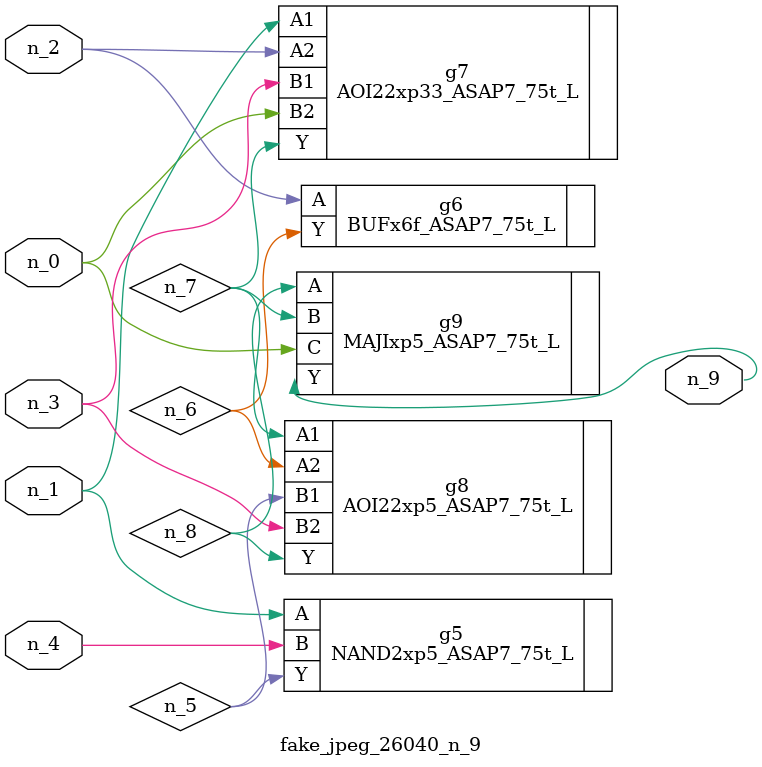
<source format=v>
module fake_jpeg_26040_n_9 (n_3, n_2, n_1, n_0, n_4, n_9);

input n_3;
input n_2;
input n_1;
input n_0;
input n_4;

output n_9;

wire n_8;
wire n_6;
wire n_5;
wire n_7;

NAND2xp5_ASAP7_75t_L g5 ( 
.A(n_1),
.B(n_4),
.Y(n_5)
);

BUFx6f_ASAP7_75t_L g6 ( 
.A(n_2),
.Y(n_6)
);

AOI22xp33_ASAP7_75t_L g7 ( 
.A1(n_1),
.A2(n_2),
.B1(n_3),
.B2(n_0),
.Y(n_7)
);

AOI22xp5_ASAP7_75t_L g8 ( 
.A1(n_7),
.A2(n_6),
.B1(n_5),
.B2(n_3),
.Y(n_8)
);

MAJIxp5_ASAP7_75t_L g9 ( 
.A(n_8),
.B(n_7),
.C(n_0),
.Y(n_9)
);


endmodule
</source>
